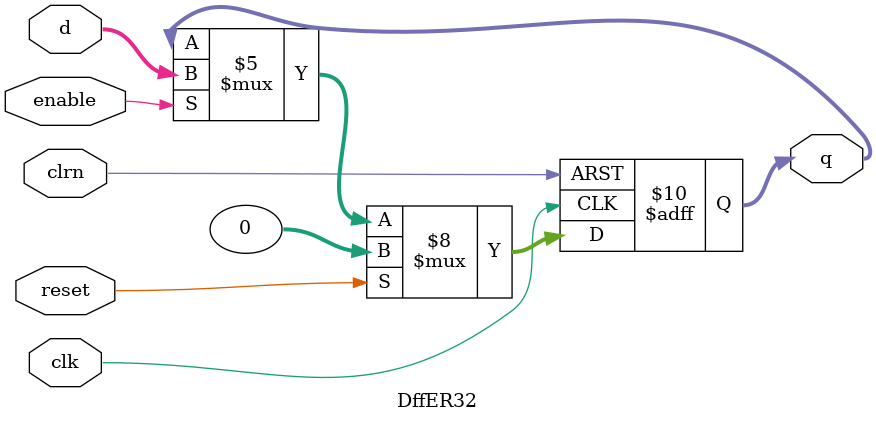
<source format=v>
module dffe32 (d,clk,clrn,e,q);
   input  [31:0] d;
   input  clk,clrn,e;
   output [31:0] q;
   reg    [31:0] q;
   always @ (negedge clrn or posedge clk)
      if (clrn==0) begin
        q <= 0;
      end else if(e==0) begin
        q <= d;
      end
endmodule

module DffER32 (d,clk,clrn,enable,reset,q);
	input  [31:0] d;
   input  clk,clrn,enable,reset;
   output [31:0] q;
   reg    [31:0] q;
   always @ (negedge clrn or posedge clk)
		if (clrn==0)begin
			q <= 0;
      end else if (reset==1) begin
			q<=0;
		end else if(enable==1) begin
			q <= d;
      end
endmodule
</source>
